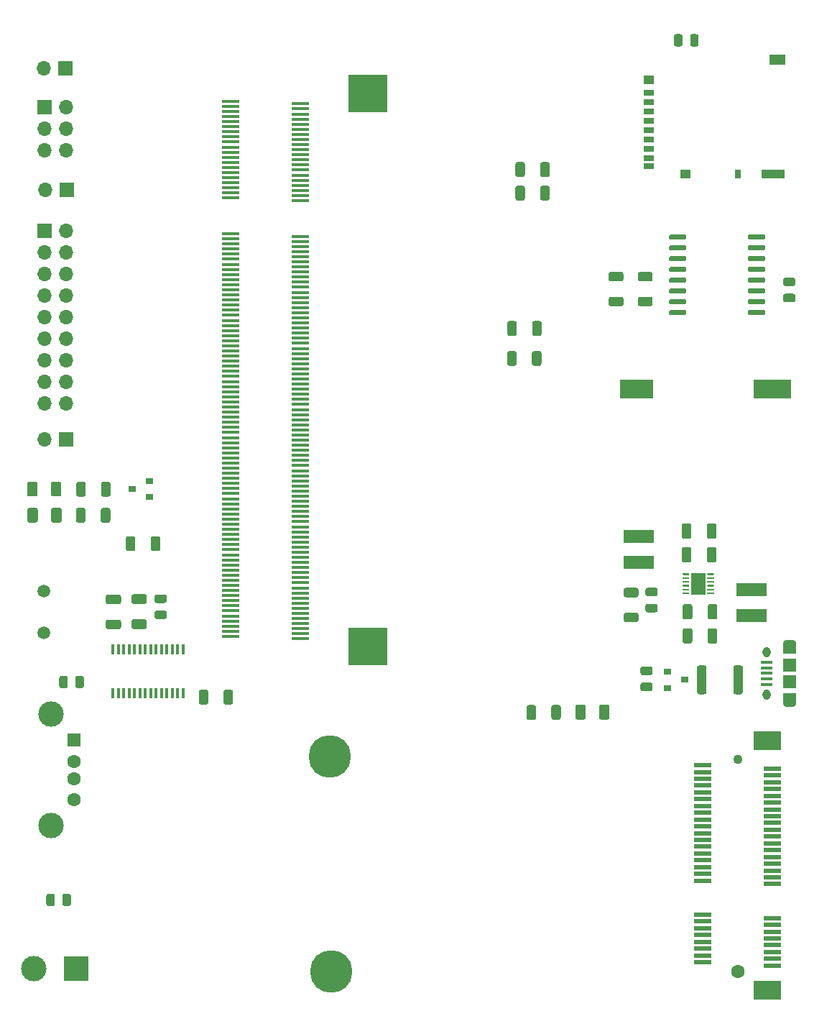
<source format=gts>
%TF.GenerationSoftware,KiCad,Pcbnew,(5.1.10)-1*%
%TF.CreationDate,2022-07-03T20:16:09+06:00*%
%TF.ProjectId,CM3_IO_Board,434d335f-494f-45f4-926f-6172642e6b69,rev?*%
%TF.SameCoordinates,Original*%
%TF.FileFunction,Soldermask,Top*%
%TF.FilePolarity,Negative*%
%FSLAX46Y46*%
G04 Gerber Fmt 4.6, Leading zero omitted, Abs format (unit mm)*
G04 Created by KiCad (PCBNEW (5.1.10)-1) date 2022-07-03 20:16:09*
%MOMM*%
%LPD*%
G01*
G04 APERTURE LIST*
%ADD10R,2.000000X0.600000*%
%ADD11R,3.200000X2.300000*%
%ADD12C,1.600000*%
%ADD13C,1.100000*%
%ADD14R,2.000000X0.350000*%
%ADD15R,4.600000X4.500000*%
%ADD16R,1.700000X1.700000*%
%ADD17O,1.700000X1.700000*%
%ADD18R,4.400000X2.300000*%
%ADD19R,4.000000X2.300000*%
%ADD20R,1.350000X0.400000*%
%ADD21O,0.950000X1.250000*%
%ADD22R,1.550000X1.500000*%
%ADD23R,1.550000X1.200000*%
%ADD24O,1.550000X0.890000*%
%ADD25R,3.000000X3.000000*%
%ADD26C,3.000000*%
%ADD27R,1.200000X0.700000*%
%ADD28R,1.200000X1.000000*%
%ADD29R,0.800000X1.000000*%
%ADD30R,2.800000X1.000000*%
%ADD31R,1.900000X1.300000*%
%ADD32R,1.500000X1.600000*%
%ADD33R,3.600000X1.500000*%
%ADD34R,0.900000X0.800000*%
%ADD35R,0.400000X1.200000*%
%ADD36R,1.700000X2.500000*%
%ADD37C,1.500000*%
%ADD38C,5.000000*%
%ADD39C,2.900000*%
G04 APERTURE END LIST*
D10*
%TO.C,J1*%
X125440000Y-118248000D03*
X133640000Y-118648000D03*
X125440000Y-119048000D03*
X133640000Y-119448000D03*
X125440000Y-119848000D03*
X133640000Y-120248000D03*
X125440000Y-120648000D03*
X133640000Y-121048000D03*
X125440000Y-121448000D03*
X133640000Y-121848000D03*
X125440000Y-122248000D03*
X133640000Y-122648000D03*
X125440000Y-123048000D03*
X133640000Y-123448000D03*
X125440000Y-123848000D03*
X133640000Y-124248000D03*
X125440000Y-124648000D03*
X133640000Y-125048000D03*
X125440000Y-125448000D03*
X133640000Y-125848000D03*
X125440000Y-126248000D03*
X133640000Y-126648000D03*
X125440000Y-127048000D03*
X133640000Y-127448000D03*
X125440000Y-127848000D03*
X133640000Y-128248000D03*
X125440000Y-128648000D03*
X133640000Y-129048000D03*
X125440000Y-129448000D03*
X133640000Y-129848000D03*
X125440000Y-130248000D03*
X133640000Y-130648000D03*
X125440000Y-131048000D03*
X133640000Y-131448000D03*
X125440000Y-131848000D03*
X133640000Y-132248000D03*
X125440000Y-135848000D03*
X133640000Y-136248000D03*
X125440000Y-136648000D03*
X133640000Y-137048000D03*
X125440000Y-137448000D03*
X133640000Y-137848000D03*
X125440000Y-138248000D03*
X133640000Y-138648000D03*
X125440000Y-139048000D03*
X133640000Y-139448000D03*
X125440000Y-139848000D03*
X133640000Y-140248000D03*
X125440000Y-140648000D03*
X133640000Y-141048000D03*
X125440000Y-141448000D03*
X133640000Y-141848000D03*
D11*
X133040000Y-115398000D03*
X133040000Y-144698000D03*
D12*
X129540000Y-142548000D03*
D13*
X129540000Y-117548000D03*
%TD*%
%TO.C,C12*%
G36*
G01*
X50980000Y-133637000D02*
X50980000Y-134587000D01*
G75*
G02*
X50730000Y-134837000I-250000J0D01*
G01*
X50230000Y-134837000D01*
G75*
G02*
X49980000Y-134587000I0J250000D01*
G01*
X49980000Y-133637000D01*
G75*
G02*
X50230000Y-133387000I250000J0D01*
G01*
X50730000Y-133387000D01*
G75*
G02*
X50980000Y-133637000I0J-250000D01*
G01*
G37*
G36*
G01*
X49080000Y-133637000D02*
X49080000Y-134587000D01*
G75*
G02*
X48830000Y-134837000I-250000J0D01*
G01*
X48330000Y-134837000D01*
G75*
G02*
X48080000Y-134587000I0J250000D01*
G01*
X48080000Y-133637000D01*
G75*
G02*
X48330000Y-133387000I250000J0D01*
G01*
X48830000Y-133387000D01*
G75*
G02*
X49080000Y-133637000I0J-250000D01*
G01*
G37*
%TD*%
D14*
%TO.C,MD1*%
X69835001Y-55675001D03*
X69835001Y-40075001D03*
D15*
X85935001Y-39175001D03*
X85935001Y-104275001D03*
D14*
X78035000Y-40375001D03*
X69835001Y-40675001D03*
X78035000Y-40975001D03*
X69835001Y-41275001D03*
X78035000Y-41575001D03*
X69835001Y-41875001D03*
X78035000Y-42175001D03*
X69835001Y-42475001D03*
X78035000Y-42775001D03*
X69835001Y-43075001D03*
X78035000Y-43375001D03*
X69835001Y-43675001D03*
X78035000Y-43975001D03*
X69835001Y-44275001D03*
X78035000Y-44575001D03*
X69835001Y-44875001D03*
X78035000Y-45175001D03*
X69835001Y-45475001D03*
X78035000Y-45775001D03*
X69835001Y-46075001D03*
X78035000Y-46375001D03*
X69835001Y-46675001D03*
X78035000Y-46975001D03*
X69835001Y-47275001D03*
X78035000Y-47575001D03*
X69835001Y-47875001D03*
X78035000Y-48175001D03*
X69835001Y-48475001D03*
X78035000Y-48775001D03*
X69835001Y-49075001D03*
X78035000Y-49375001D03*
X69835001Y-49675001D03*
X78035000Y-49975001D03*
X69835001Y-50275001D03*
X78035000Y-50575001D03*
X69835001Y-50875001D03*
X78035000Y-51175001D03*
X69835001Y-51475001D03*
X78035000Y-51775001D03*
X78035000Y-55975001D03*
X69835001Y-56275001D03*
X78035000Y-56575001D03*
X69835001Y-56875001D03*
X78035000Y-57175001D03*
X69835001Y-57475001D03*
X78035000Y-57775001D03*
X69835001Y-58075001D03*
X78035000Y-58375001D03*
X69835001Y-58675001D03*
X78035000Y-58975001D03*
X69835001Y-59275001D03*
X78035000Y-59575001D03*
X69835001Y-59875001D03*
X78035000Y-60175001D03*
X69835001Y-60475001D03*
X78035000Y-60775001D03*
X69835001Y-61075001D03*
X78035000Y-61375001D03*
X69835001Y-61675001D03*
X78035000Y-61975001D03*
X69835001Y-62275001D03*
X78035000Y-62575001D03*
X69835001Y-62875001D03*
X78035000Y-63175001D03*
X69835001Y-63475001D03*
X78035000Y-63775001D03*
X69835001Y-64075001D03*
X78035000Y-64375001D03*
X69835001Y-64675001D03*
X78035000Y-64975001D03*
X69835001Y-65275001D03*
X78035000Y-65575001D03*
X69835001Y-65875001D03*
X78035000Y-66175001D03*
X69835001Y-66475001D03*
X78035000Y-66775001D03*
X69835001Y-67075001D03*
X78035000Y-67375001D03*
X69835001Y-67675001D03*
X78035000Y-67975001D03*
X69835001Y-68275001D03*
X78035000Y-68575001D03*
X69835001Y-68875001D03*
X78035000Y-69175001D03*
X69835001Y-69475001D03*
X78035000Y-69775001D03*
X69835001Y-70075001D03*
X78035000Y-70375001D03*
X69835001Y-70675001D03*
X78035000Y-70975001D03*
X69835001Y-71275001D03*
X78035000Y-71575001D03*
X69835001Y-71875001D03*
X78035000Y-72175001D03*
X69835001Y-72475001D03*
X78035000Y-72775001D03*
X69835001Y-73075001D03*
X78035000Y-73375001D03*
X69835001Y-73675001D03*
X78035000Y-73975001D03*
X69835001Y-74275001D03*
X78035000Y-74575001D03*
X69835001Y-74875001D03*
X78035000Y-75175001D03*
X69835001Y-75475001D03*
X78035000Y-75775001D03*
X69835001Y-76075001D03*
X78035000Y-76375001D03*
X69835001Y-76675001D03*
X78035000Y-76975001D03*
X69835001Y-77275001D03*
X78035000Y-77575001D03*
X69835001Y-77875001D03*
X78035000Y-78175001D03*
X69835001Y-78475001D03*
X78035000Y-78775001D03*
X69835001Y-79075001D03*
X78035000Y-79375001D03*
X69835001Y-79675001D03*
X78035000Y-79975001D03*
X69835001Y-80275001D03*
X78035000Y-80575001D03*
X69835001Y-80875001D03*
X78035000Y-81175001D03*
X69835001Y-81475001D03*
X78035000Y-81775001D03*
X69835001Y-82075001D03*
X78035000Y-82375001D03*
X69835001Y-82675001D03*
X78035000Y-82975001D03*
X69835001Y-83275001D03*
X78035000Y-83575001D03*
X69835001Y-83875001D03*
X78035000Y-84175001D03*
X69835001Y-84475001D03*
X78035000Y-84775001D03*
X69835001Y-85075001D03*
X78035000Y-85375001D03*
X69835001Y-85675001D03*
X78035000Y-85975001D03*
X69835001Y-86275001D03*
X78035000Y-86575001D03*
X69835001Y-86875001D03*
X78035000Y-87175001D03*
X69835001Y-87475001D03*
X78035000Y-87775001D03*
X69835001Y-88075001D03*
X78035000Y-88375001D03*
X69835001Y-88675001D03*
X78035000Y-88975001D03*
X69835001Y-89275001D03*
X78035000Y-89575001D03*
X69835001Y-89875001D03*
X78035000Y-90175001D03*
X69835001Y-90475001D03*
X78035000Y-90775001D03*
X69835001Y-91075001D03*
X78035000Y-91375001D03*
X69835001Y-91675001D03*
X78035000Y-91975001D03*
X69835001Y-92275001D03*
X78035000Y-92575001D03*
X69835001Y-92875001D03*
X78035000Y-93175001D03*
X69835001Y-93475001D03*
X78035000Y-93775001D03*
X69835001Y-94075001D03*
X78035000Y-94375001D03*
X69835001Y-94675001D03*
X78035000Y-94975001D03*
X69835001Y-95275001D03*
X78035000Y-95575001D03*
X69835001Y-95875001D03*
X78035000Y-96175001D03*
X69835001Y-96475001D03*
X78035000Y-96775001D03*
X69835001Y-97075001D03*
X78035000Y-97375001D03*
X69835001Y-97675001D03*
X78035000Y-97975001D03*
X69835001Y-98275001D03*
X78035000Y-98575001D03*
X69835001Y-98875001D03*
X78035000Y-99175001D03*
X69835001Y-99475001D03*
X78035000Y-99775001D03*
X69835001Y-100075001D03*
X78035000Y-100375001D03*
X69835001Y-100675001D03*
X78035000Y-100975001D03*
X69835001Y-101275001D03*
X78035000Y-101575001D03*
X69835001Y-101875001D03*
X78035000Y-102175001D03*
X69835001Y-102475001D03*
X78035000Y-102775001D03*
X69835001Y-103075001D03*
X78035000Y-103375001D03*
%TD*%
D16*
%TO.C,J4*%
X47900000Y-55300000D03*
D17*
X50440000Y-55300000D03*
X47900000Y-57840000D03*
X50440000Y-57840000D03*
X47900000Y-60380000D03*
X50440000Y-60380000D03*
X47900000Y-62920000D03*
X50440000Y-62920000D03*
X47900000Y-65460000D03*
X50440000Y-65460000D03*
X47900000Y-68000000D03*
X50440000Y-68000000D03*
X47900000Y-70540000D03*
X50440000Y-70540000D03*
X47900000Y-73080000D03*
X50440000Y-73080000D03*
X47900000Y-75620000D03*
X50440000Y-75620000D03*
%TD*%
%TO.C,R5*%
G36*
G01*
X58580000Y-91544998D02*
X58580000Y-92795002D01*
G75*
G02*
X58330002Y-93045000I-249998J0D01*
G01*
X57704998Y-93045000D01*
G75*
G02*
X57455000Y-92795002I0J249998D01*
G01*
X57455000Y-91544998D01*
G75*
G02*
X57704998Y-91295000I249998J0D01*
G01*
X58330002Y-91295000D01*
G75*
G02*
X58580000Y-91544998I0J-249998D01*
G01*
G37*
G36*
G01*
X61505000Y-91544998D02*
X61505000Y-92795002D01*
G75*
G02*
X61255002Y-93045000I-249998J0D01*
G01*
X60629998Y-93045000D01*
G75*
G02*
X60380000Y-92795002I0J249998D01*
G01*
X60380000Y-91544998D01*
G75*
G02*
X60629998Y-91295000I249998J0D01*
G01*
X61255002Y-91295000D01*
G75*
G02*
X61505000Y-91544998I0J-249998D01*
G01*
G37*
%TD*%
D16*
%TO.C,J3*%
X47860000Y-40760000D03*
D17*
X50400000Y-40760000D03*
X47860000Y-43300000D03*
X50400000Y-43300000D03*
X47860000Y-45840000D03*
X50400000Y-45840000D03*
%TD*%
D18*
%TO.C,BT1*%
X133650000Y-73980000D03*
D19*
X117650000Y-73980000D03*
%TD*%
%TO.C,C3*%
G36*
G01*
X62035000Y-101050000D02*
X61085000Y-101050000D01*
G75*
G02*
X60835000Y-100800000I0J250000D01*
G01*
X60835000Y-100300000D01*
G75*
G02*
X61085000Y-100050000I250000J0D01*
G01*
X62035000Y-100050000D01*
G75*
G02*
X62285000Y-100300000I0J-250000D01*
G01*
X62285000Y-100800000D01*
G75*
G02*
X62035000Y-101050000I-250000J0D01*
G01*
G37*
G36*
G01*
X62035000Y-99150000D02*
X61085000Y-99150000D01*
G75*
G02*
X60835000Y-98900000I0J250000D01*
G01*
X60835000Y-98400000D01*
G75*
G02*
X61085000Y-98150000I250000J0D01*
G01*
X62035000Y-98150000D01*
G75*
G02*
X62285000Y-98400000I0J-250000D01*
G01*
X62285000Y-98900000D01*
G75*
G02*
X62035000Y-99150000I-250000J0D01*
G01*
G37*
%TD*%
%TO.C,C4*%
G36*
G01*
X136105000Y-63730000D02*
X135155000Y-63730000D01*
G75*
G02*
X134905000Y-63480000I0J250000D01*
G01*
X134905000Y-62980000D01*
G75*
G02*
X135155000Y-62730000I250000J0D01*
G01*
X136105000Y-62730000D01*
G75*
G02*
X136355000Y-62980000I0J-250000D01*
G01*
X136355000Y-63480000D01*
G75*
G02*
X136105000Y-63730000I-250000J0D01*
G01*
G37*
G36*
G01*
X136105000Y-61830000D02*
X135155000Y-61830000D01*
G75*
G02*
X134905000Y-61580000I0J250000D01*
G01*
X134905000Y-61080000D01*
G75*
G02*
X135155000Y-60830000I250000J0D01*
G01*
X136105000Y-60830000D01*
G75*
G02*
X136355000Y-61080000I0J-250000D01*
G01*
X136355000Y-61580000D01*
G75*
G02*
X136105000Y-61830000I-250000J0D01*
G01*
G37*
%TD*%
%TO.C,C5*%
G36*
G01*
X119285000Y-107640000D02*
X118335000Y-107640000D01*
G75*
G02*
X118085000Y-107390000I0J250000D01*
G01*
X118085000Y-106890000D01*
G75*
G02*
X118335000Y-106640000I250000J0D01*
G01*
X119285000Y-106640000D01*
G75*
G02*
X119535000Y-106890000I0J-250000D01*
G01*
X119535000Y-107390000D01*
G75*
G02*
X119285000Y-107640000I-250000J0D01*
G01*
G37*
G36*
G01*
X119285000Y-109540000D02*
X118335000Y-109540000D01*
G75*
G02*
X118085000Y-109290000I0J250000D01*
G01*
X118085000Y-108790000D01*
G75*
G02*
X118335000Y-108540000I250000J0D01*
G01*
X119285000Y-108540000D01*
G75*
G02*
X119535000Y-108790000I0J-250000D01*
G01*
X119535000Y-109290000D01*
G75*
G02*
X119285000Y-109540000I-250000J0D01*
G01*
G37*
%TD*%
%TO.C,C7*%
G36*
G01*
X118925000Y-97350000D02*
X119875000Y-97350000D01*
G75*
G02*
X120125000Y-97600000I0J-250000D01*
G01*
X120125000Y-98100000D01*
G75*
G02*
X119875000Y-98350000I-250000J0D01*
G01*
X118925000Y-98350000D01*
G75*
G02*
X118675000Y-98100000I0J250000D01*
G01*
X118675000Y-97600000D01*
G75*
G02*
X118925000Y-97350000I250000J0D01*
G01*
G37*
G36*
G01*
X118925000Y-99250000D02*
X119875000Y-99250000D01*
G75*
G02*
X120125000Y-99500000I0J-250000D01*
G01*
X120125000Y-100000000D01*
G75*
G02*
X119875000Y-100250000I-250000J0D01*
G01*
X118925000Y-100250000D01*
G75*
G02*
X118675000Y-100000000I0J250000D01*
G01*
X118675000Y-99500000D01*
G75*
G02*
X118925000Y-99250000I250000J0D01*
G01*
G37*
%TD*%
%TO.C,C11*%
G36*
G01*
X123950000Y-33375000D02*
X123950000Y-32425000D01*
G75*
G02*
X124200000Y-32175000I250000J0D01*
G01*
X124700000Y-32175000D01*
G75*
G02*
X124950000Y-32425000I0J-250000D01*
G01*
X124950000Y-33375000D01*
G75*
G02*
X124700000Y-33625000I-250000J0D01*
G01*
X124200000Y-33625000D01*
G75*
G02*
X123950000Y-33375000I0J250000D01*
G01*
G37*
G36*
G01*
X122050000Y-33375000D02*
X122050000Y-32425000D01*
G75*
G02*
X122300000Y-32175000I250000J0D01*
G01*
X122800000Y-32175000D01*
G75*
G02*
X123050000Y-32425000I0J-250000D01*
G01*
X123050000Y-33375000D01*
G75*
G02*
X122800000Y-33625000I-250000J0D01*
G01*
X122300000Y-33625000D01*
G75*
G02*
X122050000Y-33375000I0J250000D01*
G01*
G37*
%TD*%
%TO.C,C13*%
G36*
G01*
X50604000Y-107983000D02*
X50604000Y-108933000D01*
G75*
G02*
X50354000Y-109183000I-250000J0D01*
G01*
X49854000Y-109183000D01*
G75*
G02*
X49604000Y-108933000I0J250000D01*
G01*
X49604000Y-107983000D01*
G75*
G02*
X49854000Y-107733000I250000J0D01*
G01*
X50354000Y-107733000D01*
G75*
G02*
X50604000Y-107983000I0J-250000D01*
G01*
G37*
G36*
G01*
X52504000Y-107983000D02*
X52504000Y-108933000D01*
G75*
G02*
X52254000Y-109183000I-250000J0D01*
G01*
X51754000Y-109183000D01*
G75*
G02*
X51504000Y-108933000I0J250000D01*
G01*
X51504000Y-107983000D01*
G75*
G02*
X51754000Y-107733000I250000J0D01*
G01*
X52254000Y-107733000D01*
G75*
G02*
X52504000Y-107983000I0J-250000D01*
G01*
G37*
%TD*%
%TO.C,F1*%
G36*
G01*
X124760000Y-109650002D02*
X124760000Y-106749998D01*
G75*
G02*
X125009998Y-106500000I249998J0D01*
G01*
X125635002Y-106500000D01*
G75*
G02*
X125885000Y-106749998I0J-249998D01*
G01*
X125885000Y-109650002D01*
G75*
G02*
X125635002Y-109900000I-249998J0D01*
G01*
X125009998Y-109900000D01*
G75*
G02*
X124760000Y-109650002I0J249998D01*
G01*
G37*
G36*
G01*
X129035000Y-109650002D02*
X129035000Y-106749998D01*
G75*
G02*
X129284998Y-106500000I249998J0D01*
G01*
X129910002Y-106500000D01*
G75*
G02*
X130160000Y-106749998I0J-249998D01*
G01*
X130160000Y-109650002D01*
G75*
G02*
X129910002Y-109900000I-249998J0D01*
G01*
X129284998Y-109900000D01*
G75*
G02*
X129035000Y-109650002I0J249998D01*
G01*
G37*
%TD*%
D20*
%TO.C,J2*%
X132984000Y-108742000D03*
X132984000Y-108092000D03*
X132984000Y-107442000D03*
X132984000Y-106792000D03*
X132984000Y-106142000D03*
D21*
X132984000Y-109942000D03*
X132984000Y-104942000D03*
D22*
X135684000Y-108442000D03*
X135684000Y-106442000D03*
D23*
X135684000Y-110342000D03*
X135684000Y-104542000D03*
D24*
X135684000Y-110942000D03*
X135684000Y-103942000D03*
%TD*%
D16*
%TO.C,J5*%
X50360000Y-36180000D03*
D17*
X47820000Y-36180000D03*
%TD*%
%TO.C,J6*%
X47920000Y-50490000D03*
D16*
X50460000Y-50490000D03*
%TD*%
D25*
%TO.C,J7*%
X51562000Y-142240000D03*
D26*
X46562000Y-142240000D03*
%TD*%
D27*
%TO.C,J8*%
X119095000Y-47725000D03*
X119095000Y-46775000D03*
X119095000Y-39075000D03*
X119095000Y-40175000D03*
X119095000Y-41275000D03*
X119095000Y-42375000D03*
X119095000Y-43475000D03*
X119095000Y-44575000D03*
X119095000Y-45675000D03*
D28*
X119095000Y-37525000D03*
X123395000Y-48675000D03*
D29*
X129595000Y-48675000D03*
D30*
X133745000Y-48675000D03*
D31*
X134195000Y-35175000D03*
%TD*%
D12*
%TO.C,J11*%
X51308000Y-122316000D03*
X51308000Y-119816000D03*
X51308000Y-117816000D03*
D32*
X51308000Y-115316000D03*
D26*
X48598000Y-125386000D03*
X48598000Y-112246000D03*
%TD*%
D33*
%TO.C,L1*%
X131160000Y-100655000D03*
X131160000Y-97605000D03*
%TD*%
%TO.C,L2*%
X117860000Y-94355000D03*
X117860000Y-91305000D03*
%TD*%
D34*
%TO.C,Q1*%
X58210000Y-85730000D03*
X60210000Y-84780000D03*
X60210000Y-86680000D03*
%TD*%
%TO.C,Q2*%
X121310000Y-107240000D03*
X121310000Y-109140000D03*
X123310000Y-108190000D03*
%TD*%
D35*
%TO.C,U1*%
X55932500Y-109800000D03*
X56567500Y-109800000D03*
X57202500Y-109800000D03*
X57837500Y-109800000D03*
X58472500Y-109800000D03*
X59107500Y-109800000D03*
X59742500Y-109800000D03*
X60377500Y-109800000D03*
X61012500Y-109800000D03*
X61647500Y-109800000D03*
X62282500Y-109800000D03*
X62917500Y-109800000D03*
X63552500Y-109800000D03*
X64187500Y-109800000D03*
X64187500Y-104600000D03*
X63552500Y-104600000D03*
X62917500Y-104600000D03*
X62282500Y-104600000D03*
X61647500Y-104600000D03*
X61012500Y-104600000D03*
X60377500Y-104600000D03*
X59742500Y-104600000D03*
X59107500Y-104600000D03*
X58472500Y-104600000D03*
X57837500Y-104600000D03*
X57202500Y-104600000D03*
X56567500Y-104600000D03*
X55932500Y-104600000D03*
%TD*%
%TO.C,U2*%
G36*
G01*
X132805000Y-64815000D02*
X132805000Y-65115000D01*
G75*
G02*
X132655000Y-65265000I-150000J0D01*
G01*
X130905000Y-65265000D01*
G75*
G02*
X130755000Y-65115000I0J150000D01*
G01*
X130755000Y-64815000D01*
G75*
G02*
X130905000Y-64665000I150000J0D01*
G01*
X132655000Y-64665000D01*
G75*
G02*
X132805000Y-64815000I0J-150000D01*
G01*
G37*
G36*
G01*
X132805000Y-63545000D02*
X132805000Y-63845000D01*
G75*
G02*
X132655000Y-63995000I-150000J0D01*
G01*
X130905000Y-63995000D01*
G75*
G02*
X130755000Y-63845000I0J150000D01*
G01*
X130755000Y-63545000D01*
G75*
G02*
X130905000Y-63395000I150000J0D01*
G01*
X132655000Y-63395000D01*
G75*
G02*
X132805000Y-63545000I0J-150000D01*
G01*
G37*
G36*
G01*
X132805000Y-62275000D02*
X132805000Y-62575000D01*
G75*
G02*
X132655000Y-62725000I-150000J0D01*
G01*
X130905000Y-62725000D01*
G75*
G02*
X130755000Y-62575000I0J150000D01*
G01*
X130755000Y-62275000D01*
G75*
G02*
X130905000Y-62125000I150000J0D01*
G01*
X132655000Y-62125000D01*
G75*
G02*
X132805000Y-62275000I0J-150000D01*
G01*
G37*
G36*
G01*
X132805000Y-61005000D02*
X132805000Y-61305000D01*
G75*
G02*
X132655000Y-61455000I-150000J0D01*
G01*
X130905000Y-61455000D01*
G75*
G02*
X130755000Y-61305000I0J150000D01*
G01*
X130755000Y-61005000D01*
G75*
G02*
X130905000Y-60855000I150000J0D01*
G01*
X132655000Y-60855000D01*
G75*
G02*
X132805000Y-61005000I0J-150000D01*
G01*
G37*
G36*
G01*
X132805000Y-59735000D02*
X132805000Y-60035000D01*
G75*
G02*
X132655000Y-60185000I-150000J0D01*
G01*
X130905000Y-60185000D01*
G75*
G02*
X130755000Y-60035000I0J150000D01*
G01*
X130755000Y-59735000D01*
G75*
G02*
X130905000Y-59585000I150000J0D01*
G01*
X132655000Y-59585000D01*
G75*
G02*
X132805000Y-59735000I0J-150000D01*
G01*
G37*
G36*
G01*
X132805000Y-58465000D02*
X132805000Y-58765000D01*
G75*
G02*
X132655000Y-58915000I-150000J0D01*
G01*
X130905000Y-58915000D01*
G75*
G02*
X130755000Y-58765000I0J150000D01*
G01*
X130755000Y-58465000D01*
G75*
G02*
X130905000Y-58315000I150000J0D01*
G01*
X132655000Y-58315000D01*
G75*
G02*
X132805000Y-58465000I0J-150000D01*
G01*
G37*
G36*
G01*
X132805000Y-57195000D02*
X132805000Y-57495000D01*
G75*
G02*
X132655000Y-57645000I-150000J0D01*
G01*
X130905000Y-57645000D01*
G75*
G02*
X130755000Y-57495000I0J150000D01*
G01*
X130755000Y-57195000D01*
G75*
G02*
X130905000Y-57045000I150000J0D01*
G01*
X132655000Y-57045000D01*
G75*
G02*
X132805000Y-57195000I0J-150000D01*
G01*
G37*
G36*
G01*
X132805000Y-55925000D02*
X132805000Y-56225000D01*
G75*
G02*
X132655000Y-56375000I-150000J0D01*
G01*
X130905000Y-56375000D01*
G75*
G02*
X130755000Y-56225000I0J150000D01*
G01*
X130755000Y-55925000D01*
G75*
G02*
X130905000Y-55775000I150000J0D01*
G01*
X132655000Y-55775000D01*
G75*
G02*
X132805000Y-55925000I0J-150000D01*
G01*
G37*
G36*
G01*
X123505000Y-55925000D02*
X123505000Y-56225000D01*
G75*
G02*
X123355000Y-56375000I-150000J0D01*
G01*
X121605000Y-56375000D01*
G75*
G02*
X121455000Y-56225000I0J150000D01*
G01*
X121455000Y-55925000D01*
G75*
G02*
X121605000Y-55775000I150000J0D01*
G01*
X123355000Y-55775000D01*
G75*
G02*
X123505000Y-55925000I0J-150000D01*
G01*
G37*
G36*
G01*
X123505000Y-57195000D02*
X123505000Y-57495000D01*
G75*
G02*
X123355000Y-57645000I-150000J0D01*
G01*
X121605000Y-57645000D01*
G75*
G02*
X121455000Y-57495000I0J150000D01*
G01*
X121455000Y-57195000D01*
G75*
G02*
X121605000Y-57045000I150000J0D01*
G01*
X123355000Y-57045000D01*
G75*
G02*
X123505000Y-57195000I0J-150000D01*
G01*
G37*
G36*
G01*
X123505000Y-58465000D02*
X123505000Y-58765000D01*
G75*
G02*
X123355000Y-58915000I-150000J0D01*
G01*
X121605000Y-58915000D01*
G75*
G02*
X121455000Y-58765000I0J150000D01*
G01*
X121455000Y-58465000D01*
G75*
G02*
X121605000Y-58315000I150000J0D01*
G01*
X123355000Y-58315000D01*
G75*
G02*
X123505000Y-58465000I0J-150000D01*
G01*
G37*
G36*
G01*
X123505000Y-59735000D02*
X123505000Y-60035000D01*
G75*
G02*
X123355000Y-60185000I-150000J0D01*
G01*
X121605000Y-60185000D01*
G75*
G02*
X121455000Y-60035000I0J150000D01*
G01*
X121455000Y-59735000D01*
G75*
G02*
X121605000Y-59585000I150000J0D01*
G01*
X123355000Y-59585000D01*
G75*
G02*
X123505000Y-59735000I0J-150000D01*
G01*
G37*
G36*
G01*
X123505000Y-61005000D02*
X123505000Y-61305000D01*
G75*
G02*
X123355000Y-61455000I-150000J0D01*
G01*
X121605000Y-61455000D01*
G75*
G02*
X121455000Y-61305000I0J150000D01*
G01*
X121455000Y-61005000D01*
G75*
G02*
X121605000Y-60855000I150000J0D01*
G01*
X123355000Y-60855000D01*
G75*
G02*
X123505000Y-61005000I0J-150000D01*
G01*
G37*
G36*
G01*
X123505000Y-62275000D02*
X123505000Y-62575000D01*
G75*
G02*
X123355000Y-62725000I-150000J0D01*
G01*
X121605000Y-62725000D01*
G75*
G02*
X121455000Y-62575000I0J150000D01*
G01*
X121455000Y-62275000D01*
G75*
G02*
X121605000Y-62125000I150000J0D01*
G01*
X123355000Y-62125000D01*
G75*
G02*
X123505000Y-62275000I0J-150000D01*
G01*
G37*
G36*
G01*
X123505000Y-63545000D02*
X123505000Y-63845000D01*
G75*
G02*
X123355000Y-63995000I-150000J0D01*
G01*
X121605000Y-63995000D01*
G75*
G02*
X121455000Y-63845000I0J150000D01*
G01*
X121455000Y-63545000D01*
G75*
G02*
X121605000Y-63395000I150000J0D01*
G01*
X123355000Y-63395000D01*
G75*
G02*
X123505000Y-63545000I0J-150000D01*
G01*
G37*
G36*
G01*
X123505000Y-64815000D02*
X123505000Y-65115000D01*
G75*
G02*
X123355000Y-65265000I-150000J0D01*
G01*
X121605000Y-65265000D01*
G75*
G02*
X121455000Y-65115000I0J150000D01*
G01*
X121455000Y-64815000D01*
G75*
G02*
X121605000Y-64665000I150000J0D01*
G01*
X123355000Y-64665000D01*
G75*
G02*
X123505000Y-64815000I0J-150000D01*
G01*
G37*
%TD*%
%TO.C,U3*%
G36*
G01*
X126760000Y-97955000D02*
X126760000Y-98055000D01*
G75*
G02*
X126710000Y-98105000I-50000J0D01*
G01*
X126010000Y-98105000D01*
G75*
G02*
X125960000Y-98055000I0J50000D01*
G01*
X125960000Y-97955000D01*
G75*
G02*
X126010000Y-97905000I50000J0D01*
G01*
X126710000Y-97905000D01*
G75*
G02*
X126760000Y-97955000I0J-50000D01*
G01*
G37*
G36*
G01*
X126760000Y-97505000D02*
X126760000Y-97605000D01*
G75*
G02*
X126710000Y-97655000I-50000J0D01*
G01*
X126010000Y-97655000D01*
G75*
G02*
X125960000Y-97605000I0J50000D01*
G01*
X125960000Y-97505000D01*
G75*
G02*
X126010000Y-97455000I50000J0D01*
G01*
X126710000Y-97455000D01*
G75*
G02*
X126760000Y-97505000I0J-50000D01*
G01*
G37*
G36*
G01*
X126760000Y-97055000D02*
X126760000Y-97155000D01*
G75*
G02*
X126710000Y-97205000I-50000J0D01*
G01*
X126010000Y-97205000D01*
G75*
G02*
X125960000Y-97155000I0J50000D01*
G01*
X125960000Y-97055000D01*
G75*
G02*
X126010000Y-97005000I50000J0D01*
G01*
X126710000Y-97005000D01*
G75*
G02*
X126760000Y-97055000I0J-50000D01*
G01*
G37*
G36*
G01*
X126760000Y-96605000D02*
X126760000Y-96705000D01*
G75*
G02*
X126710000Y-96755000I-50000J0D01*
G01*
X126010000Y-96755000D01*
G75*
G02*
X125960000Y-96705000I0J50000D01*
G01*
X125960000Y-96605000D01*
G75*
G02*
X126010000Y-96555000I50000J0D01*
G01*
X126710000Y-96555000D01*
G75*
G02*
X126760000Y-96605000I0J-50000D01*
G01*
G37*
G36*
G01*
X126760000Y-96155000D02*
X126760000Y-96255000D01*
G75*
G02*
X126710000Y-96305000I-50000J0D01*
G01*
X126010000Y-96305000D01*
G75*
G02*
X125960000Y-96255000I0J50000D01*
G01*
X125960000Y-96155000D01*
G75*
G02*
X126010000Y-96105000I50000J0D01*
G01*
X126710000Y-96105000D01*
G75*
G02*
X126760000Y-96155000I0J-50000D01*
G01*
G37*
G36*
G01*
X126760000Y-95705000D02*
X126760000Y-95805000D01*
G75*
G02*
X126710000Y-95855000I-50000J0D01*
G01*
X126010000Y-95855000D01*
G75*
G02*
X125960000Y-95805000I0J50000D01*
G01*
X125960000Y-95705000D01*
G75*
G02*
X126010000Y-95655000I50000J0D01*
G01*
X126710000Y-95655000D01*
G75*
G02*
X126760000Y-95705000I0J-50000D01*
G01*
G37*
G36*
G01*
X123860000Y-95705000D02*
X123860000Y-95805000D01*
G75*
G02*
X123810000Y-95855000I-50000J0D01*
G01*
X123110000Y-95855000D01*
G75*
G02*
X123060000Y-95805000I0J50000D01*
G01*
X123060000Y-95705000D01*
G75*
G02*
X123110000Y-95655000I50000J0D01*
G01*
X123810000Y-95655000D01*
G75*
G02*
X123860000Y-95705000I0J-50000D01*
G01*
G37*
G36*
G01*
X123860000Y-96155000D02*
X123860000Y-96255000D01*
G75*
G02*
X123810000Y-96305000I-50000J0D01*
G01*
X123110000Y-96305000D01*
G75*
G02*
X123060000Y-96255000I0J50000D01*
G01*
X123060000Y-96155000D01*
G75*
G02*
X123110000Y-96105000I50000J0D01*
G01*
X123810000Y-96105000D01*
G75*
G02*
X123860000Y-96155000I0J-50000D01*
G01*
G37*
G36*
G01*
X123860000Y-96605000D02*
X123860000Y-96705000D01*
G75*
G02*
X123810000Y-96755000I-50000J0D01*
G01*
X123110000Y-96755000D01*
G75*
G02*
X123060000Y-96705000I0J50000D01*
G01*
X123060000Y-96605000D01*
G75*
G02*
X123110000Y-96555000I50000J0D01*
G01*
X123810000Y-96555000D01*
G75*
G02*
X123860000Y-96605000I0J-50000D01*
G01*
G37*
G36*
G01*
X123860000Y-97055000D02*
X123860000Y-97155000D01*
G75*
G02*
X123810000Y-97205000I-50000J0D01*
G01*
X123110000Y-97205000D01*
G75*
G02*
X123060000Y-97155000I0J50000D01*
G01*
X123060000Y-97055000D01*
G75*
G02*
X123110000Y-97005000I50000J0D01*
G01*
X123810000Y-97005000D01*
G75*
G02*
X123860000Y-97055000I0J-50000D01*
G01*
G37*
G36*
G01*
X123860000Y-97505000D02*
X123860000Y-97605000D01*
G75*
G02*
X123810000Y-97655000I-50000J0D01*
G01*
X123110000Y-97655000D01*
G75*
G02*
X123060000Y-97605000I0J50000D01*
G01*
X123060000Y-97505000D01*
G75*
G02*
X123110000Y-97455000I50000J0D01*
G01*
X123810000Y-97455000D01*
G75*
G02*
X123860000Y-97505000I0J-50000D01*
G01*
G37*
G36*
G01*
X123860000Y-97955000D02*
X123860000Y-98055000D01*
G75*
G02*
X123810000Y-98105000I-50000J0D01*
G01*
X123110000Y-98105000D01*
G75*
G02*
X123060000Y-98055000I0J50000D01*
G01*
X123060000Y-97955000D01*
G75*
G02*
X123110000Y-97905000I50000J0D01*
G01*
X123810000Y-97905000D01*
G75*
G02*
X123860000Y-97955000I0J-50000D01*
G01*
G37*
D36*
X124910000Y-96880000D03*
%TD*%
D37*
%TO.C,Y1*%
X47752000Y-97790000D03*
X47752000Y-102690000D03*
%TD*%
D17*
%TO.C,J9*%
X47880000Y-79910000D03*
D16*
X50420000Y-79910000D03*
%TD*%
%TO.C,C1*%
G36*
G01*
X59670001Y-102220000D02*
X58369999Y-102220000D01*
G75*
G02*
X58120000Y-101970001I0J249999D01*
G01*
X58120000Y-101319999D01*
G75*
G02*
X58369999Y-101070000I249999J0D01*
G01*
X59670001Y-101070000D01*
G75*
G02*
X59920000Y-101319999I0J-249999D01*
G01*
X59920000Y-101970001D01*
G75*
G02*
X59670001Y-102220000I-249999J0D01*
G01*
G37*
G36*
G01*
X59670001Y-99270000D02*
X58369999Y-99270000D01*
G75*
G02*
X58120000Y-99020001I0J249999D01*
G01*
X58120000Y-98369999D01*
G75*
G02*
X58369999Y-98120000I249999J0D01*
G01*
X59670001Y-98120000D01*
G75*
G02*
X59920000Y-98369999I0J-249999D01*
G01*
X59920000Y-99020001D01*
G75*
G02*
X59670001Y-99270000I-249999J0D01*
G01*
G37*
%TD*%
%TO.C,C2*%
G36*
G01*
X56640001Y-99300000D02*
X55339999Y-99300000D01*
G75*
G02*
X55090000Y-99050001I0J249999D01*
G01*
X55090000Y-98399999D01*
G75*
G02*
X55339999Y-98150000I249999J0D01*
G01*
X56640001Y-98150000D01*
G75*
G02*
X56890000Y-98399999I0J-249999D01*
G01*
X56890000Y-99050001D01*
G75*
G02*
X56640001Y-99300000I-249999J0D01*
G01*
G37*
G36*
G01*
X56640001Y-102250000D02*
X55339999Y-102250000D01*
G75*
G02*
X55090000Y-102000001I0J249999D01*
G01*
X55090000Y-101349999D01*
G75*
G02*
X55339999Y-101100000I249999J0D01*
G01*
X56640001Y-101100000D01*
G75*
G02*
X56890000Y-101349999I0J-249999D01*
G01*
X56890000Y-102000001D01*
G75*
G02*
X56640001Y-102250000I-249999J0D01*
G01*
G37*
%TD*%
%TO.C,C6*%
G36*
G01*
X124210000Y-99529999D02*
X124210000Y-100830001D01*
G75*
G02*
X123960001Y-101080000I-249999J0D01*
G01*
X123309999Y-101080000D01*
G75*
G02*
X123060000Y-100830001I0J249999D01*
G01*
X123060000Y-99529999D01*
G75*
G02*
X123309999Y-99280000I249999J0D01*
G01*
X123960001Y-99280000D01*
G75*
G02*
X124210000Y-99529999I0J-249999D01*
G01*
G37*
G36*
G01*
X127160000Y-99529999D02*
X127160000Y-100830001D01*
G75*
G02*
X126910001Y-101080000I-249999J0D01*
G01*
X126259999Y-101080000D01*
G75*
G02*
X126010000Y-100830001I0J249999D01*
G01*
X126010000Y-99529999D01*
G75*
G02*
X126259999Y-99280000I249999J0D01*
G01*
X126910001Y-99280000D01*
G75*
G02*
X127160000Y-99529999I0J-249999D01*
G01*
G37*
%TD*%
%TO.C,C8*%
G36*
G01*
X122960000Y-94130001D02*
X122960000Y-92829999D01*
G75*
G02*
X123209999Y-92580000I249999J0D01*
G01*
X123860001Y-92580000D01*
G75*
G02*
X124110000Y-92829999I0J-249999D01*
G01*
X124110000Y-94130001D01*
G75*
G02*
X123860001Y-94380000I-249999J0D01*
G01*
X123209999Y-94380000D01*
G75*
G02*
X122960000Y-94130001I0J249999D01*
G01*
G37*
G36*
G01*
X125910000Y-94130001D02*
X125910000Y-92829999D01*
G75*
G02*
X126159999Y-92580000I249999J0D01*
G01*
X126810001Y-92580000D01*
G75*
G02*
X127060000Y-92829999I0J-249999D01*
G01*
X127060000Y-94130001D01*
G75*
G02*
X126810001Y-94380000I-249999J0D01*
G01*
X126159999Y-94380000D01*
G75*
G02*
X125910000Y-94130001I0J249999D01*
G01*
G37*
%TD*%
%TO.C,C9*%
G36*
G01*
X122960000Y-91330001D02*
X122960000Y-90029999D01*
G75*
G02*
X123209999Y-89780000I249999J0D01*
G01*
X123860001Y-89780000D01*
G75*
G02*
X124110000Y-90029999I0J-249999D01*
G01*
X124110000Y-91330001D01*
G75*
G02*
X123860001Y-91580000I-249999J0D01*
G01*
X123209999Y-91580000D01*
G75*
G02*
X122960000Y-91330001I0J249999D01*
G01*
G37*
G36*
G01*
X125910000Y-91330001D02*
X125910000Y-90029999D01*
G75*
G02*
X126159999Y-89780000I249999J0D01*
G01*
X126810001Y-89780000D01*
G75*
G02*
X127060000Y-90029999I0J-249999D01*
G01*
X127060000Y-91330001D01*
G75*
G02*
X126810001Y-91580000I-249999J0D01*
G01*
X126159999Y-91580000D01*
G75*
G02*
X125910000Y-91330001I0J249999D01*
G01*
G37*
%TD*%
%TO.C,C10*%
G36*
G01*
X124210000Y-102379999D02*
X124210000Y-103680001D01*
G75*
G02*
X123960001Y-103930000I-249999J0D01*
G01*
X123309999Y-103930000D01*
G75*
G02*
X123060000Y-103680001I0J249999D01*
G01*
X123060000Y-102379999D01*
G75*
G02*
X123309999Y-102130000I249999J0D01*
G01*
X123960001Y-102130000D01*
G75*
G02*
X124210000Y-102379999I0J-249999D01*
G01*
G37*
G36*
G01*
X127160000Y-102379999D02*
X127160000Y-103680001D01*
G75*
G02*
X126910001Y-103930000I-249999J0D01*
G01*
X126259999Y-103930000D01*
G75*
G02*
X126010000Y-103680001I0J249999D01*
G01*
X126010000Y-102379999D01*
G75*
G02*
X126259999Y-102130000I249999J0D01*
G01*
X126910001Y-102130000D01*
G75*
G02*
X127160000Y-102379999I0J-249999D01*
G01*
G37*
%TD*%
%TO.C,ACT*%
G36*
G01*
X49859000Y-85109000D02*
X49859000Y-86359000D01*
G75*
G02*
X49609000Y-86609000I-250000J0D01*
G01*
X48859000Y-86609000D01*
G75*
G02*
X48609000Y-86359000I0J250000D01*
G01*
X48609000Y-85109000D01*
G75*
G02*
X48859000Y-84859000I250000J0D01*
G01*
X49609000Y-84859000D01*
G75*
G02*
X49859000Y-85109000I0J-250000D01*
G01*
G37*
G36*
G01*
X47059000Y-85109000D02*
X47059000Y-86359000D01*
G75*
G02*
X46809000Y-86609000I-250000J0D01*
G01*
X46059000Y-86609000D01*
G75*
G02*
X45809000Y-86359000I0J250000D01*
G01*
X45809000Y-85109000D01*
G75*
G02*
X46059000Y-84859000I250000J0D01*
G01*
X46809000Y-84859000D01*
G75*
G02*
X47059000Y-85109000I0J-250000D01*
G01*
G37*
%TD*%
%TO.C,PWR*%
G36*
G01*
X47089000Y-88189000D02*
X47089000Y-89439000D01*
G75*
G02*
X46839000Y-89689000I-250000J0D01*
G01*
X46089000Y-89689000D01*
G75*
G02*
X45839000Y-89439000I0J250000D01*
G01*
X45839000Y-88189000D01*
G75*
G02*
X46089000Y-87939000I250000J0D01*
G01*
X46839000Y-87939000D01*
G75*
G02*
X47089000Y-88189000I0J-250000D01*
G01*
G37*
G36*
G01*
X49889000Y-88189000D02*
X49889000Y-89439000D01*
G75*
G02*
X49639000Y-89689000I-250000J0D01*
G01*
X48889000Y-89689000D01*
G75*
G02*
X48639000Y-89439000I0J250000D01*
G01*
X48639000Y-88189000D01*
G75*
G02*
X48889000Y-87939000I250000J0D01*
G01*
X49639000Y-87939000D01*
G75*
G02*
X49889000Y-88189000I0J-250000D01*
G01*
G37*
%TD*%
%TO.C,INT*%
G36*
G01*
X113205000Y-112627000D02*
X113205000Y-111377000D01*
G75*
G02*
X113455000Y-111127000I250000J0D01*
G01*
X114205000Y-111127000D01*
G75*
G02*
X114455000Y-111377000I0J-250000D01*
G01*
X114455000Y-112627000D01*
G75*
G02*
X114205000Y-112877000I-250000J0D01*
G01*
X113455000Y-112877000D01*
G75*
G02*
X113205000Y-112627000I0J250000D01*
G01*
G37*
G36*
G01*
X110405000Y-112627000D02*
X110405000Y-111377000D01*
G75*
G02*
X110655000Y-111127000I250000J0D01*
G01*
X111405000Y-111127000D01*
G75*
G02*
X111655000Y-111377000I0J-250000D01*
G01*
X111655000Y-112627000D01*
G75*
G02*
X111405000Y-112877000I-250000J0D01*
G01*
X110655000Y-112877000D01*
G75*
G02*
X110405000Y-112627000I0J250000D01*
G01*
G37*
%TD*%
%TO.C,R1*%
G36*
G01*
X102385000Y-70985002D02*
X102385000Y-69734998D01*
G75*
G02*
X102634998Y-69485000I249998J0D01*
G01*
X103260002Y-69485000D01*
G75*
G02*
X103510000Y-69734998I0J-249998D01*
G01*
X103510000Y-70985002D01*
G75*
G02*
X103260002Y-71235000I-249998J0D01*
G01*
X102634998Y-71235000D01*
G75*
G02*
X102385000Y-70985002I0J249998D01*
G01*
G37*
G36*
G01*
X105310000Y-70985002D02*
X105310000Y-69734998D01*
G75*
G02*
X105559998Y-69485000I249998J0D01*
G01*
X106185002Y-69485000D01*
G75*
G02*
X106435000Y-69734998I0J-249998D01*
G01*
X106435000Y-70985002D01*
G75*
G02*
X106185002Y-71235000I-249998J0D01*
G01*
X105559998Y-71235000D01*
G75*
G02*
X105310000Y-70985002I0J249998D01*
G01*
G37*
%TD*%
%TO.C,R2*%
G36*
G01*
X103355000Y-51515002D02*
X103355000Y-50264998D01*
G75*
G02*
X103604998Y-50015000I249998J0D01*
G01*
X104230002Y-50015000D01*
G75*
G02*
X104480000Y-50264998I0J-249998D01*
G01*
X104480000Y-51515002D01*
G75*
G02*
X104230002Y-51765000I-249998J0D01*
G01*
X103604998Y-51765000D01*
G75*
G02*
X103355000Y-51515002I0J249998D01*
G01*
G37*
G36*
G01*
X106280000Y-51515002D02*
X106280000Y-50264998D01*
G75*
G02*
X106529998Y-50015000I249998J0D01*
G01*
X107155002Y-50015000D01*
G75*
G02*
X107405000Y-50264998I0J-249998D01*
G01*
X107405000Y-51515002D01*
G75*
G02*
X107155002Y-51765000I-249998J0D01*
G01*
X106529998Y-51765000D01*
G75*
G02*
X106280000Y-51515002I0J249998D01*
G01*
G37*
%TD*%
%TO.C,R3*%
G36*
G01*
X105330000Y-67455002D02*
X105330000Y-66204998D01*
G75*
G02*
X105579998Y-65955000I249998J0D01*
G01*
X106205002Y-65955000D01*
G75*
G02*
X106455000Y-66204998I0J-249998D01*
G01*
X106455000Y-67455002D01*
G75*
G02*
X106205002Y-67705000I-249998J0D01*
G01*
X105579998Y-67705000D01*
G75*
G02*
X105330000Y-67455002I0J249998D01*
G01*
G37*
G36*
G01*
X102405000Y-67455002D02*
X102405000Y-66204998D01*
G75*
G02*
X102654998Y-65955000I249998J0D01*
G01*
X103280002Y-65955000D01*
G75*
G02*
X103530000Y-66204998I0J-249998D01*
G01*
X103530000Y-67455002D01*
G75*
G02*
X103280002Y-67705000I-249998J0D01*
G01*
X102654998Y-67705000D01*
G75*
G02*
X102405000Y-67455002I0J249998D01*
G01*
G37*
%TD*%
%TO.C,R4*%
G36*
G01*
X106280000Y-48745002D02*
X106280000Y-47494998D01*
G75*
G02*
X106529998Y-47245000I249998J0D01*
G01*
X107155002Y-47245000D01*
G75*
G02*
X107405000Y-47494998I0J-249998D01*
G01*
X107405000Y-48745002D01*
G75*
G02*
X107155002Y-48995000I-249998J0D01*
G01*
X106529998Y-48995000D01*
G75*
G02*
X106280000Y-48745002I0J249998D01*
G01*
G37*
G36*
G01*
X103355000Y-48745002D02*
X103355000Y-47494998D01*
G75*
G02*
X103604998Y-47245000I249998J0D01*
G01*
X104230002Y-47245000D01*
G75*
G02*
X104480000Y-47494998I0J-249998D01*
G01*
X104480000Y-48745002D01*
G75*
G02*
X104230002Y-48995000I-249998J0D01*
G01*
X103604998Y-48995000D01*
G75*
G02*
X103355000Y-48745002I0J249998D01*
G01*
G37*
%TD*%
%TO.C,R6*%
G36*
G01*
X51605000Y-86375002D02*
X51605000Y-85124998D01*
G75*
G02*
X51854998Y-84875000I249998J0D01*
G01*
X52480002Y-84875000D01*
G75*
G02*
X52730000Y-85124998I0J-249998D01*
G01*
X52730000Y-86375002D01*
G75*
G02*
X52480002Y-86625000I-249998J0D01*
G01*
X51854998Y-86625000D01*
G75*
G02*
X51605000Y-86375002I0J249998D01*
G01*
G37*
G36*
G01*
X54530000Y-86375002D02*
X54530000Y-85124998D01*
G75*
G02*
X54779998Y-84875000I249998J0D01*
G01*
X55405002Y-84875000D01*
G75*
G02*
X55655000Y-85124998I0J-249998D01*
G01*
X55655000Y-86375002D01*
G75*
G02*
X55405002Y-86625000I-249998J0D01*
G01*
X54779998Y-86625000D01*
G75*
G02*
X54530000Y-86375002I0J249998D01*
G01*
G37*
%TD*%
%TO.C,R7*%
G36*
G01*
X51575000Y-89455002D02*
X51575000Y-88204998D01*
G75*
G02*
X51824998Y-87955000I249998J0D01*
G01*
X52450002Y-87955000D01*
G75*
G02*
X52700000Y-88204998I0J-249998D01*
G01*
X52700000Y-89455002D01*
G75*
G02*
X52450002Y-89705000I-249998J0D01*
G01*
X51824998Y-89705000D01*
G75*
G02*
X51575000Y-89455002I0J249998D01*
G01*
G37*
G36*
G01*
X54500000Y-89455002D02*
X54500000Y-88204998D01*
G75*
G02*
X54749998Y-87955000I249998J0D01*
G01*
X55375002Y-87955000D01*
G75*
G02*
X55625000Y-88204998I0J-249998D01*
G01*
X55625000Y-89455002D01*
G75*
G02*
X55375002Y-89705000I-249998J0D01*
G01*
X54749998Y-89705000D01*
G75*
G02*
X54500000Y-89455002I0J249998D01*
G01*
G37*
%TD*%
%TO.C,R8*%
G36*
G01*
X68972000Y-110861002D02*
X68972000Y-109610998D01*
G75*
G02*
X69221998Y-109361000I249998J0D01*
G01*
X69847002Y-109361000D01*
G75*
G02*
X70097000Y-109610998I0J-249998D01*
G01*
X70097000Y-110861002D01*
G75*
G02*
X69847002Y-111111000I-249998J0D01*
G01*
X69221998Y-111111000D01*
G75*
G02*
X68972000Y-110861002I0J249998D01*
G01*
G37*
G36*
G01*
X66047000Y-110861002D02*
X66047000Y-109610998D01*
G75*
G02*
X66296998Y-109361000I249998J0D01*
G01*
X66922002Y-109361000D01*
G75*
G02*
X67172000Y-109610998I0J-249998D01*
G01*
X67172000Y-110861002D01*
G75*
G02*
X66922002Y-111111000I-249998J0D01*
G01*
X66296998Y-111111000D01*
G75*
G02*
X66047000Y-110861002I0J249998D01*
G01*
G37*
%TD*%
%TO.C,R9*%
G36*
G01*
X108719000Y-111410998D02*
X108719000Y-112661002D01*
G75*
G02*
X108469002Y-112911000I-249998J0D01*
G01*
X107843998Y-112911000D01*
G75*
G02*
X107594000Y-112661002I0J249998D01*
G01*
X107594000Y-111410998D01*
G75*
G02*
X107843998Y-111161000I249998J0D01*
G01*
X108469002Y-111161000D01*
G75*
G02*
X108719000Y-111410998I0J-249998D01*
G01*
G37*
G36*
G01*
X105794000Y-111410998D02*
X105794000Y-112661002D01*
G75*
G02*
X105544002Y-112911000I-249998J0D01*
G01*
X104918998Y-112911000D01*
G75*
G02*
X104669000Y-112661002I0J249998D01*
G01*
X104669000Y-111410998D01*
G75*
G02*
X104918998Y-111161000I249998J0D01*
G01*
X105544002Y-111161000D01*
G75*
G02*
X105794000Y-111410998I0J-249998D01*
G01*
G37*
%TD*%
%TO.C,R10*%
G36*
G01*
X114594998Y-63100000D02*
X115845002Y-63100000D01*
G75*
G02*
X116095000Y-63349998I0J-249998D01*
G01*
X116095000Y-63975002D01*
G75*
G02*
X115845002Y-64225000I-249998J0D01*
G01*
X114594998Y-64225000D01*
G75*
G02*
X114345000Y-63975002I0J249998D01*
G01*
X114345000Y-63349998D01*
G75*
G02*
X114594998Y-63100000I249998J0D01*
G01*
G37*
G36*
G01*
X114594998Y-60175000D02*
X115845002Y-60175000D01*
G75*
G02*
X116095000Y-60424998I0J-249998D01*
G01*
X116095000Y-61050002D01*
G75*
G02*
X115845002Y-61300000I-249998J0D01*
G01*
X114594998Y-61300000D01*
G75*
G02*
X114345000Y-61050002I0J249998D01*
G01*
X114345000Y-60424998D01*
G75*
G02*
X114594998Y-60175000I249998J0D01*
G01*
G37*
%TD*%
%TO.C,R11*%
G36*
G01*
X118034998Y-60165000D02*
X119285002Y-60165000D01*
G75*
G02*
X119535000Y-60414998I0J-249998D01*
G01*
X119535000Y-61040002D01*
G75*
G02*
X119285002Y-61290000I-249998J0D01*
G01*
X118034998Y-61290000D01*
G75*
G02*
X117785000Y-61040002I0J249998D01*
G01*
X117785000Y-60414998D01*
G75*
G02*
X118034998Y-60165000I249998J0D01*
G01*
G37*
G36*
G01*
X118034998Y-63090000D02*
X119285002Y-63090000D01*
G75*
G02*
X119535000Y-63339998I0J-249998D01*
G01*
X119535000Y-63965002D01*
G75*
G02*
X119285002Y-64215000I-249998J0D01*
G01*
X118034998Y-64215000D01*
G75*
G02*
X117785000Y-63965002I0J249998D01*
G01*
X117785000Y-63339998D01*
G75*
G02*
X118034998Y-63090000I249998J0D01*
G01*
G37*
%TD*%
%TO.C,R12*%
G36*
G01*
X116374998Y-100280000D02*
X117625002Y-100280000D01*
G75*
G02*
X117875000Y-100529998I0J-249998D01*
G01*
X117875000Y-101155002D01*
G75*
G02*
X117625002Y-101405000I-249998J0D01*
G01*
X116374998Y-101405000D01*
G75*
G02*
X116125000Y-101155002I0J249998D01*
G01*
X116125000Y-100529998D01*
G75*
G02*
X116374998Y-100280000I249998J0D01*
G01*
G37*
G36*
G01*
X116374998Y-97355000D02*
X117625002Y-97355000D01*
G75*
G02*
X117875000Y-97604998I0J-249998D01*
G01*
X117875000Y-98230002D01*
G75*
G02*
X117625002Y-98480000I-249998J0D01*
G01*
X116374998Y-98480000D01*
G75*
G02*
X116125000Y-98230002I0J249998D01*
G01*
X116125000Y-97604998D01*
G75*
G02*
X116374998Y-97355000I249998J0D01*
G01*
G37*
%TD*%
D38*
%TO.C,H1*%
X81452720Y-117236240D03*
D39*
X81452720Y-117236240D03*
%TD*%
D38*
%TO.C,H2*%
X81668620Y-142521940D03*
D39*
X81668620Y-142521940D03*
%TD*%
M02*

</source>
